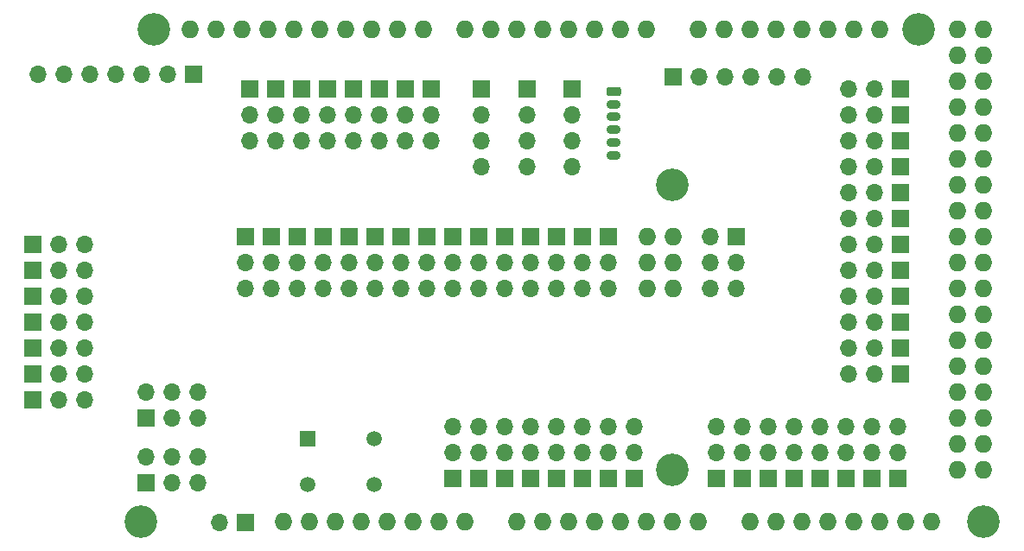
<source format=gbs>
G04 #@! TF.GenerationSoftware,KiCad,Pcbnew,(5.1.12)-1*
G04 #@! TF.CreationDate,2021-11-28T08:49:57-03:00*
G04 #@! TF.ProjectId,SHIELD_MEGA,53484945-4c44-45f4-9d45-47412e6b6963,rev?*
G04 #@! TF.SameCoordinates,Original*
G04 #@! TF.FileFunction,Soldermask,Bot*
G04 #@! TF.FilePolarity,Negative*
%FSLAX46Y46*%
G04 Gerber Fmt 4.6, Leading zero omitted, Abs format (unit mm)*
G04 Created by KiCad (PCBNEW (5.1.12)-1) date 2021-11-28 08:49:57*
%MOMM*%
%LPD*%
G01*
G04 APERTURE LIST*
%ADD10C,1.498000*%
%ADD11R,1.498000X1.498000*%
%ADD12O,1.700000X1.700000*%
%ADD13R,1.700000X1.700000*%
%ADD14O,1.727200X1.727200*%
%ADD15C,3.200000*%
%ADD16O,1.400000X0.900000*%
G04 APERTURE END LIST*
D10*
X137183000Y-104902000D03*
X137183000Y-109402000D03*
D11*
X130683000Y-104902000D03*
D10*
X130683000Y-109402000D03*
D12*
X129667000Y-90170000D03*
X129667000Y-87630000D03*
D13*
X129667000Y-85090000D03*
D12*
X132207000Y-90170000D03*
X132207000Y-87630000D03*
D13*
X132207000Y-85090000D03*
D12*
X134747000Y-90170000D03*
X134747000Y-87630000D03*
D13*
X134747000Y-85090000D03*
D12*
X137287000Y-90170000D03*
X137287000Y-87630000D03*
D13*
X137287000Y-85090000D03*
D12*
X139827000Y-90170000D03*
X139827000Y-87630000D03*
D13*
X139827000Y-85090000D03*
D12*
X142367000Y-90170000D03*
X142367000Y-87630000D03*
D13*
X142367000Y-85090000D03*
D12*
X144907000Y-90170000D03*
X144907000Y-87630000D03*
D13*
X144907000Y-85090000D03*
D12*
X147447000Y-90170000D03*
X147447000Y-87630000D03*
D13*
X147447000Y-85090000D03*
D12*
X149987000Y-90170000D03*
X149987000Y-87630000D03*
D13*
X149987000Y-85090000D03*
D12*
X152527000Y-90170000D03*
X152527000Y-87630000D03*
D13*
X152527000Y-85090000D03*
D12*
X155067000Y-90170000D03*
X155067000Y-87630000D03*
D13*
X155067000Y-85090000D03*
D12*
X157607000Y-90170000D03*
X157607000Y-87630000D03*
D13*
X157607000Y-85090000D03*
D12*
X160147000Y-90170000D03*
X160147000Y-87630000D03*
D13*
X160147000Y-85090000D03*
D12*
X183642000Y-98552000D03*
X186182000Y-98552000D03*
D13*
X188722000Y-98552000D03*
D12*
X183642000Y-96012000D03*
X186182000Y-96012000D03*
D13*
X188722000Y-96012000D03*
D12*
X183642000Y-93472000D03*
X186182000Y-93472000D03*
D13*
X188722000Y-93472000D03*
D12*
X183642000Y-90932000D03*
X186182000Y-90932000D03*
D13*
X188722000Y-90932000D03*
D12*
X183642000Y-88392000D03*
X186182000Y-88392000D03*
D13*
X188722000Y-88392000D03*
D12*
X183642000Y-85852000D03*
X186182000Y-85852000D03*
D13*
X188722000Y-85852000D03*
D12*
X183642000Y-83312000D03*
X186182000Y-83312000D03*
D13*
X188722000Y-83312000D03*
D12*
X183642000Y-80772000D03*
X186182000Y-80772000D03*
D13*
X188722000Y-80772000D03*
D12*
X183642000Y-78232000D03*
X186182000Y-78232000D03*
D13*
X188722000Y-78232000D03*
D12*
X124587000Y-90170000D03*
X124587000Y-87630000D03*
D13*
X124587000Y-85090000D03*
D12*
X127127000Y-90170000D03*
X127127000Y-87630000D03*
D13*
X127127000Y-85090000D03*
D12*
X142773400Y-75692000D03*
X142773400Y-73152000D03*
D13*
X142773400Y-70612000D03*
D12*
X183642000Y-75692000D03*
X186182000Y-75692000D03*
D13*
X188722000Y-75692000D03*
D12*
X183642000Y-73152000D03*
X186182000Y-73152000D03*
D13*
X188722000Y-73152000D03*
D12*
X183642000Y-70612000D03*
X186182000Y-70612000D03*
D13*
X188722000Y-70612000D03*
X130048000Y-70612000D03*
D12*
X130048000Y-73152000D03*
X130048000Y-75692000D03*
X132588000Y-75692000D03*
X132588000Y-73152000D03*
D13*
X132588000Y-70612000D03*
X135153400Y-70611799D03*
D12*
X135153400Y-73151799D03*
X135153400Y-75691799D03*
X188468000Y-103759000D03*
X188468000Y-106299000D03*
D13*
X188468000Y-108839000D03*
D12*
X185928000Y-103759000D03*
X185928000Y-106299000D03*
D13*
X185928000Y-108839000D03*
D12*
X183388000Y-103759000D03*
X183388000Y-106299000D03*
D13*
X183388000Y-108839000D03*
D12*
X180848000Y-103759000D03*
X180848000Y-106299000D03*
D13*
X180848000Y-108839000D03*
D12*
X178308000Y-103759000D03*
X178308000Y-106299000D03*
D13*
X178308000Y-108839000D03*
D12*
X175768000Y-103759000D03*
X175768000Y-106299000D03*
D13*
X175768000Y-108839000D03*
D12*
X173228000Y-103759000D03*
X173228000Y-106299000D03*
D13*
X173228000Y-108839000D03*
D12*
X170688000Y-103759000D03*
X170688000Y-106299000D03*
D13*
X170688000Y-108839000D03*
D12*
X162687000Y-103759000D03*
X162687000Y-106299000D03*
D13*
X162687000Y-108839000D03*
D12*
X160147000Y-103759000D03*
X160147000Y-106299000D03*
D13*
X160147000Y-108839000D03*
D12*
X157607000Y-103759000D03*
X157607000Y-106299000D03*
D13*
X157607000Y-108839000D03*
D12*
X155067000Y-103759000D03*
X155067000Y-106299000D03*
D13*
X155067000Y-108839000D03*
D12*
X152527000Y-103759000D03*
X152527000Y-106299000D03*
D13*
X152527000Y-108839000D03*
D12*
X149987000Y-103759000D03*
X149987000Y-106299000D03*
D13*
X149987000Y-108839000D03*
D12*
X147447000Y-103759000D03*
X147447000Y-106299000D03*
D13*
X147447000Y-108839000D03*
D12*
X144907000Y-103759000D03*
X144907000Y-106299000D03*
D13*
X144907000Y-108839000D03*
D14*
X163957000Y-90170000D03*
X166497000Y-90170000D03*
X166497000Y-87630000D03*
X163957000Y-87630000D03*
X166497000Y-85090000D03*
X151130000Y-113030000D03*
X146050000Y-113030000D03*
X143510000Y-113030000D03*
X140970000Y-113030000D03*
X138430000Y-113030000D03*
X135890000Y-113030000D03*
X133350000Y-113030000D03*
X130810000Y-113030000D03*
X186690000Y-64770000D03*
X184150000Y-64770000D03*
X181610000Y-64770000D03*
X179070000Y-64770000D03*
X176530000Y-64770000D03*
X173990000Y-64770000D03*
X171450000Y-64770000D03*
X168910000Y-64770000D03*
X163830000Y-64770000D03*
X161290000Y-64770000D03*
X158750000Y-64770000D03*
X156210000Y-64770000D03*
X153670000Y-64770000D03*
X151130000Y-64770000D03*
X148590000Y-64770000D03*
X146050000Y-64770000D03*
X126746000Y-64770000D03*
X141986000Y-64770000D03*
X139446000Y-64770000D03*
X136906000Y-64770000D03*
D15*
X166370000Y-107950000D03*
X166370000Y-80010000D03*
X190500000Y-64770000D03*
X115570000Y-64770000D03*
X196850000Y-113030000D03*
X114300000Y-113030000D03*
D14*
X119126000Y-64770000D03*
X121666000Y-64770000D03*
X124206000Y-64770000D03*
X129286000Y-64770000D03*
X131826000Y-64770000D03*
X134366000Y-64770000D03*
X128270000Y-113030000D03*
X153670000Y-113030000D03*
X156210000Y-113030000D03*
X158750000Y-113030000D03*
X161290000Y-113030000D03*
X163830000Y-113030000D03*
X166370000Y-113030000D03*
X168910000Y-113030000D03*
X173990000Y-113030000D03*
X176530000Y-113030000D03*
X179070000Y-113030000D03*
X181610000Y-113030000D03*
X184150000Y-113030000D03*
X186690000Y-113030000D03*
X189230000Y-113030000D03*
X191770000Y-113030000D03*
X194310000Y-64770000D03*
X196850000Y-64770000D03*
X194310000Y-67310000D03*
X196850000Y-67310000D03*
X194310000Y-69850000D03*
X196850000Y-69850000D03*
X194310000Y-72390000D03*
X196850000Y-72390000D03*
X194310000Y-74930000D03*
X196850000Y-74930000D03*
X194310000Y-77470000D03*
X196850000Y-77470000D03*
X194310000Y-80010000D03*
X196850000Y-80010000D03*
X194310000Y-82550000D03*
X196850000Y-82550000D03*
X194310000Y-85090000D03*
X196850000Y-85090000D03*
X194310000Y-87630000D03*
X196850000Y-87630000D03*
X194310000Y-90170000D03*
X196850000Y-90170000D03*
X194310000Y-92710000D03*
X196850000Y-92710000D03*
X194310000Y-95250000D03*
X196850000Y-95250000D03*
X194310000Y-97790000D03*
X196850000Y-97790000D03*
X194310000Y-100330000D03*
X196850000Y-100330000D03*
X194310000Y-102870000D03*
X196850000Y-102870000D03*
X194310000Y-105410000D03*
X196850000Y-105410000D03*
X194310000Y-107950000D03*
X196850000Y-107950000D03*
X163957000Y-85090000D03*
D12*
X108839000Y-85852000D03*
X106299000Y-85852000D03*
D13*
X103759000Y-85852000D03*
X103759000Y-88392000D03*
D12*
X106299000Y-88392000D03*
X108839000Y-88392000D03*
X108839000Y-90932000D03*
X106299000Y-90932000D03*
D13*
X103759000Y-90932000D03*
X103759000Y-93472000D03*
D12*
X106299000Y-93472000D03*
X108839000Y-93472000D03*
D13*
X103759000Y-96012000D03*
D12*
X106299000Y-96012000D03*
X108839000Y-96012000D03*
X108839000Y-98552000D03*
X106299000Y-98552000D03*
D13*
X103759000Y-98552000D03*
X103759000Y-101092000D03*
D12*
X106299000Y-101092000D03*
X108839000Y-101092000D03*
X170129200Y-90195400D03*
X172669200Y-90195400D03*
X170129200Y-87655400D03*
X172669200Y-87655400D03*
X170129200Y-85115400D03*
D13*
X172669200Y-85115400D03*
X114808000Y-109220000D03*
D12*
X114808000Y-106680000D03*
X117348000Y-109220000D03*
X117348000Y-106680000D03*
X119888000Y-109220000D03*
X119888000Y-106680000D03*
X119888000Y-100330000D03*
X119888000Y-102870000D03*
X117348000Y-100330000D03*
X117348000Y-102870000D03*
X114808000Y-100330000D03*
D13*
X114808000Y-102870000D03*
X124587000Y-113157000D03*
D12*
X122047000Y-113157000D03*
D13*
X119456200Y-69215000D03*
D12*
X116916200Y-69215000D03*
X114376200Y-69215000D03*
X111836200Y-69215000D03*
X109296200Y-69215000D03*
X106756200Y-69215000D03*
X104216200Y-69215000D03*
X137693400Y-75691799D03*
X137693400Y-73151799D03*
D13*
X137693400Y-70611799D03*
G36*
G01*
X160180000Y-70416000D02*
X161130000Y-70416000D01*
G75*
G02*
X161355000Y-70641000I0J-225000D01*
G01*
X161355000Y-71091000D01*
G75*
G02*
X161130000Y-71316000I-225000J0D01*
G01*
X160180000Y-71316000D01*
G75*
G02*
X159955000Y-71091000I0J225000D01*
G01*
X159955000Y-70641000D01*
G75*
G02*
X160180000Y-70416000I225000J0D01*
G01*
G37*
D16*
X160655000Y-72116000D03*
X160655000Y-73366000D03*
X160655000Y-74616000D03*
X160655000Y-75866000D03*
X160655000Y-77116000D03*
D13*
X147701000Y-70612000D03*
D12*
X147701000Y-73152000D03*
X147701000Y-75692000D03*
X147701000Y-78232000D03*
D13*
X156591000Y-70612000D03*
D12*
X156591000Y-73152000D03*
X156591000Y-75692000D03*
X156591000Y-78232000D03*
X152146000Y-78232000D03*
X152146000Y-75692000D03*
X152146000Y-73152000D03*
D13*
X152146000Y-70612000D03*
D12*
X140233400Y-75692000D03*
X140233400Y-73152000D03*
D13*
X140233400Y-70612000D03*
X127508000Y-70612000D03*
D12*
X127508000Y-73152000D03*
X127508000Y-75692000D03*
X124968000Y-75692000D03*
X124968000Y-73152000D03*
D13*
X124968000Y-70612000D03*
X166497000Y-69469000D03*
D12*
X169037000Y-69469000D03*
X171577000Y-69469000D03*
X174117000Y-69469000D03*
X176657000Y-69469000D03*
X179197000Y-69469000D03*
M02*

</source>
